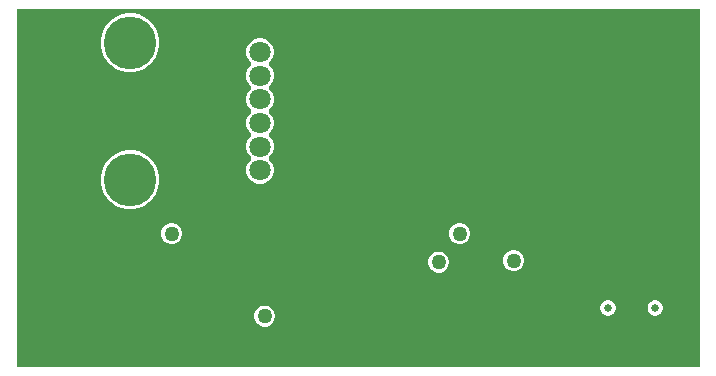
<source format=gbr>
%TF.GenerationSoftware,Altium Limited,Altium Designer,24.10.1 (45)*%
G04 Layer_Physical_Order=2*
G04 Layer_Color=16711680*
%FSLAX45Y45*%
%MOMM*%
%TF.SameCoordinates,B7086401-7AB7-4448-8119-44CCD126B3FB*%
%TF.FilePolarity,Positive*%
%TF.FileFunction,Copper,L2,Bot,Signal*%
%TF.Part,Single*%
G01*
G75*
%TA.AperFunction,ComponentPad*%
%ADD21C,4.45500*%
%ADD22C,1.80000*%
%ADD23C,0.65000*%
%TA.AperFunction,ViaPad*%
%ADD24C,1.27000*%
G36*
X9347200Y5676900D02*
Y5308600D01*
X3568700D01*
Y8343900D01*
X9347200D01*
Y5676900D01*
D02*
G37*
%LPC*%
G36*
X4550440Y8303150D02*
X4501559D01*
X4453617Y8293614D01*
X4408457Y8274908D01*
X4367813Y8247750D01*
X4333249Y8213186D01*
X4306092Y8172543D01*
X4287386Y8127383D01*
X4277850Y8079441D01*
Y8030559D01*
X4287386Y7982617D01*
X4306092Y7937457D01*
X4333249Y7896814D01*
X4367813Y7862249D01*
X4408457Y7835092D01*
X4453617Y7816386D01*
X4501559Y7806850D01*
X4550440D01*
X4598382Y7816386D01*
X4643543Y7835092D01*
X4684186Y7862249D01*
X4718750Y7896814D01*
X4745907Y7937457D01*
X4764613Y7982617D01*
X4774149Y8030559D01*
Y8079441D01*
X4764613Y8127383D01*
X4745907Y8172543D01*
X4718750Y8213186D01*
X4684186Y8247750D01*
X4643543Y8274908D01*
X4598382Y8293614D01*
X4550440Y8303150D01*
D02*
G37*
G36*
X5641192Y8090400D02*
X5610807D01*
X5581457Y8082535D01*
X5555143Y8067343D01*
X5533657Y8045857D01*
X5518464Y8019543D01*
X5510600Y7990193D01*
Y7959807D01*
X5518464Y7930457D01*
X5533657Y7904143D01*
X5546257Y7891542D01*
X5552331Y7875000D01*
X5546257Y7858457D01*
X5533657Y7845857D01*
X5518464Y7819543D01*
X5510600Y7790193D01*
Y7759807D01*
X5518464Y7730457D01*
X5533657Y7704143D01*
X5546257Y7691542D01*
X5552331Y7675000D01*
X5546257Y7658457D01*
X5533657Y7645857D01*
X5518464Y7619543D01*
X5510600Y7590193D01*
Y7559807D01*
X5518464Y7530457D01*
X5533657Y7504143D01*
X5546257Y7491542D01*
X5552331Y7475000D01*
X5546257Y7458458D01*
X5533657Y7445857D01*
X5518464Y7419543D01*
X5510600Y7390193D01*
Y7359807D01*
X5518464Y7330457D01*
X5533657Y7304143D01*
X5546257Y7291542D01*
X5552331Y7275000D01*
X5546257Y7258457D01*
X5533657Y7245857D01*
X5518464Y7219543D01*
X5510600Y7190193D01*
Y7159807D01*
X5518464Y7130457D01*
X5533657Y7104143D01*
X5546257Y7091542D01*
X5552331Y7075000D01*
X5546257Y7058457D01*
X5533657Y7045857D01*
X5518464Y7019542D01*
X5510600Y6990193D01*
Y6959807D01*
X5518464Y6930457D01*
X5533657Y6904143D01*
X5555143Y6882657D01*
X5581457Y6867464D01*
X5610807Y6859600D01*
X5641192D01*
X5670542Y6867464D01*
X5696857Y6882657D01*
X5718342Y6904143D01*
X5733535Y6930457D01*
X5741399Y6959807D01*
Y6990193D01*
X5733535Y7019542D01*
X5718342Y7045857D01*
X5705742Y7058457D01*
X5699668Y7075000D01*
X5705742Y7091542D01*
X5718342Y7104143D01*
X5733535Y7130457D01*
X5741399Y7159807D01*
Y7190193D01*
X5733535Y7219543D01*
X5718342Y7245857D01*
X5705742Y7258457D01*
X5699668Y7275000D01*
X5705742Y7291542D01*
X5718342Y7304143D01*
X5733535Y7330457D01*
X5741399Y7359807D01*
Y7390193D01*
X5733535Y7419543D01*
X5718342Y7445857D01*
X5705742Y7458458D01*
X5699668Y7475000D01*
X5705742Y7491542D01*
X5718342Y7504143D01*
X5733535Y7530457D01*
X5741399Y7559807D01*
Y7590193D01*
X5733535Y7619543D01*
X5718342Y7645857D01*
X5705742Y7658457D01*
X5699668Y7675000D01*
X5705742Y7691542D01*
X5718342Y7704143D01*
X5733535Y7730457D01*
X5741399Y7759807D01*
Y7790193D01*
X5733535Y7819543D01*
X5718342Y7845857D01*
X5705742Y7858457D01*
X5699668Y7875000D01*
X5705742Y7891542D01*
X5718342Y7904143D01*
X5733535Y7930457D01*
X5741399Y7959807D01*
Y7990193D01*
X5733535Y8019543D01*
X5718342Y8045857D01*
X5696857Y8067343D01*
X5670542Y8082535D01*
X5641192Y8090400D01*
D02*
G37*
G36*
X4550440Y7143150D02*
X4501559D01*
X4453617Y7133614D01*
X4408457Y7114908D01*
X4367813Y7087750D01*
X4333249Y7053186D01*
X4306092Y7012543D01*
X4287386Y6967383D01*
X4277850Y6919441D01*
Y6870559D01*
X4287386Y6822617D01*
X4306092Y6777457D01*
X4333249Y6736814D01*
X4367813Y6702249D01*
X4408457Y6675092D01*
X4453617Y6656386D01*
X4501559Y6646850D01*
X4550440D01*
X4598382Y6656386D01*
X4643543Y6675092D01*
X4684186Y6702249D01*
X4718750Y6736814D01*
X4745907Y6777457D01*
X4764613Y6822617D01*
X4774149Y6870559D01*
Y6919441D01*
X4764613Y6967383D01*
X4745907Y7012543D01*
X4718750Y7053186D01*
X4684186Y7087750D01*
X4643543Y7114908D01*
X4598382Y7133614D01*
X4550440Y7143150D01*
D02*
G37*
G36*
X7326904Y6527800D02*
X7303496D01*
X7280886Y6521742D01*
X7260614Y6510038D01*
X7244062Y6493486D01*
X7232358Y6473214D01*
X7226300Y6450604D01*
Y6427196D01*
X7232358Y6404586D01*
X7244062Y6384314D01*
X7260614Y6367762D01*
X7280886Y6356058D01*
X7303496Y6350000D01*
X7326904D01*
X7349514Y6356058D01*
X7369786Y6367762D01*
X7386338Y6384314D01*
X7398042Y6404586D01*
X7404100Y6427196D01*
Y6450604D01*
X7398042Y6473214D01*
X7386338Y6493486D01*
X7369786Y6510038D01*
X7349514Y6521742D01*
X7326904Y6527800D01*
D02*
G37*
G36*
X4888504D02*
X4865096D01*
X4842486Y6521742D01*
X4822214Y6510038D01*
X4805662Y6493486D01*
X4793958Y6473214D01*
X4787900Y6450604D01*
Y6427196D01*
X4793958Y6404586D01*
X4805662Y6384314D01*
X4822214Y6367762D01*
X4842486Y6356058D01*
X4865096Y6350000D01*
X4888504D01*
X4911114Y6356058D01*
X4931386Y6367762D01*
X4947938Y6384314D01*
X4959642Y6404586D01*
X4965700Y6427196D01*
Y6450604D01*
X4959642Y6473214D01*
X4947938Y6493486D01*
X4931386Y6510038D01*
X4911114Y6521742D01*
X4888504Y6527800D01*
D02*
G37*
G36*
X7784104Y6299200D02*
X7760696D01*
X7738086Y6293142D01*
X7717814Y6281438D01*
X7701262Y6264886D01*
X7689558Y6244614D01*
X7683500Y6222004D01*
Y6198596D01*
X7689558Y6175986D01*
X7701262Y6155714D01*
X7717814Y6139162D01*
X7738086Y6127458D01*
X7760696Y6121400D01*
X7784104D01*
X7806714Y6127458D01*
X7826986Y6139162D01*
X7843538Y6155714D01*
X7855242Y6175986D01*
X7861300Y6198596D01*
Y6222004D01*
X7855242Y6244614D01*
X7843538Y6264886D01*
X7826986Y6281438D01*
X7806714Y6293142D01*
X7784104Y6299200D01*
D02*
G37*
G36*
X7149104Y6286500D02*
X7125696D01*
X7103086Y6280442D01*
X7082814Y6268738D01*
X7066262Y6252186D01*
X7054558Y6231914D01*
X7048500Y6209304D01*
Y6185896D01*
X7054558Y6163286D01*
X7066262Y6143014D01*
X7082814Y6126462D01*
X7103086Y6114758D01*
X7125696Y6108700D01*
X7149104D01*
X7171714Y6114758D01*
X7191986Y6126462D01*
X7208538Y6143014D01*
X7220242Y6163286D01*
X7226300Y6185896D01*
Y6209304D01*
X7220242Y6231914D01*
X7208538Y6252186D01*
X7191986Y6268738D01*
X7171714Y6280442D01*
X7149104Y6286500D01*
D02*
G37*
G36*
X8980957Y5874700D02*
X8963842D01*
X8947311Y5870270D01*
X8932489Y5861713D01*
X8920387Y5849611D01*
X8911830Y5834789D01*
X8907400Y5818257D01*
Y5801142D01*
X8911830Y5784611D01*
X8920387Y5769789D01*
X8932489Y5757687D01*
X8947311Y5749130D01*
X8963842Y5744700D01*
X8980957D01*
X8997489Y5749130D01*
X9012311Y5757687D01*
X9024413Y5769789D01*
X9032970Y5784611D01*
X9037400Y5801142D01*
Y5818257D01*
X9032970Y5834789D01*
X9024413Y5849611D01*
X9012311Y5861713D01*
X8997489Y5870270D01*
X8980957Y5874700D01*
D02*
G37*
G36*
X8580957D02*
X8563842D01*
X8547311Y5870270D01*
X8532489Y5861713D01*
X8520387Y5849611D01*
X8511830Y5834789D01*
X8507400Y5818257D01*
Y5801142D01*
X8511830Y5784611D01*
X8520387Y5769789D01*
X8532489Y5757687D01*
X8547311Y5749130D01*
X8563842Y5744700D01*
X8580957D01*
X8597489Y5749130D01*
X8612310Y5757687D01*
X8624413Y5769789D01*
X8632970Y5784611D01*
X8637400Y5801142D01*
Y5818257D01*
X8632970Y5834789D01*
X8624413Y5849611D01*
X8612310Y5861713D01*
X8597489Y5870270D01*
X8580957Y5874700D01*
D02*
G37*
G36*
X5675904Y5829300D02*
X5652496D01*
X5629886Y5823242D01*
X5609614Y5811538D01*
X5593062Y5794986D01*
X5581358Y5774714D01*
X5575300Y5752104D01*
Y5728696D01*
X5581358Y5706086D01*
X5593062Y5685814D01*
X5609614Y5669262D01*
X5629886Y5657558D01*
X5652496Y5651500D01*
X5675904D01*
X5698514Y5657558D01*
X5718786Y5669262D01*
X5735338Y5685814D01*
X5747042Y5706086D01*
X5753100Y5728696D01*
Y5752104D01*
X5747042Y5774714D01*
X5735338Y5794986D01*
X5718786Y5811538D01*
X5698514Y5823242D01*
X5675904Y5829300D01*
D02*
G37*
%LPD*%
D21*
X4526000Y8055000D02*
D03*
Y6895000D02*
D03*
D22*
X5626000Y7775000D02*
D03*
Y7575000D02*
D03*
Y7375000D02*
D03*
Y7975000D02*
D03*
Y6975000D02*
D03*
Y7175000D02*
D03*
D23*
X8972400Y5809700D02*
D03*
X8572400D02*
D03*
D24*
X7315200Y6438900D02*
D03*
X7137400Y6197600D02*
D03*
X7772400Y6210300D02*
D03*
X5664200Y5740400D02*
D03*
X4876800Y6438900D02*
D03*
%TF.MD5,b5ef7b957b8ff048f099e9cdfc28931f*%
M02*

</source>
